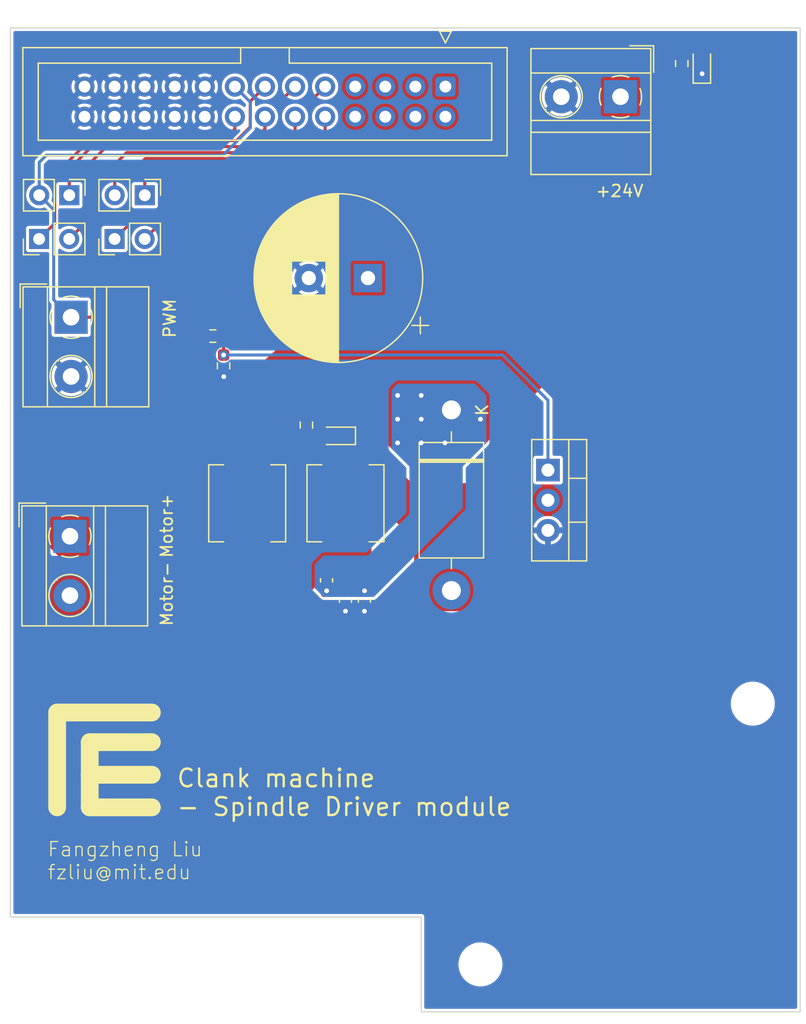
<source format=kicad_pcb>
(kicad_pcb (version 20211014) (generator pcbnew)
  (layers (0 "F.Cu" signal) (31 "B.Cu" signal) (34 "B.Paste" user) (35 "F.Paste" user) (36 "B.SilkS" user "B.Silkscreen") (37 "F.SilkS" user "F.Silkscreen") (38 "B.Mask" user) (39 "F.Mask" user) (44 "Edge.Cuts" user))
  (net 0 "")
  (net 1 "+24V")
  (net 2 "GND")
  (net 3 "/Motor-")
  (net 4 "Net-(D2-Pad2)")
  (net 5 "Net-(D3-Pad2)")
  (net 6 "/PWM")
  (net 7 "/Motor+")
  (net 8 "Net-(J5-Pad2)")
  (net 9 "Net-(J6-Pad1)")
  (net 10 "Net-(J6-Pad2)")
  (net 11 "Net-(J7-Pad1)")
  (net 12 "Net-(J8-Pad14)")
  (net 13 "Net-(J8-Pad16)")
  (net 14 "Net-(Q1-Pad1)")
  (net 15 "Net-(J5-Pad1)")
  (net 16 "/net_D")
  (footprint "LED_SMD:LED_0603_1608Metric_Pad1.05x0.95mm_HandSolder" (layer "F.Cu") (at 191.7 70 90)
    (fp_text reference "D3" hide)
    (fp_text value "LED")
    (pad "1" smd roundrect (at -0.875 0 90) (size 1.05 0.95) (layers "F.Cu" "F.Paste" "F.Mask") (net 2 "GND"))
    (pad "2" smd roundrect (at 0.875 0 90) (size 1.05 0.95) (layers "F.Cu" "F.Paste" "F.Mask") (net 5 "Net-(D3-Pad2)"))
  )
  (footprint "Capacitor_THT:CP_Radial_D14.0mm_P5.00mm" (layer "F.Cu") (at 163.5 88.1 180)
    (fp_text reference "C1" hide)
    (fp_text value "220uF")
    (pad "1" thru_hole rect (at 0 0 180) (size 2.4 2.4) (drill 1.2) (layers *.Cu *.Mask) (net 1 "+24V"))
    (pad "2" thru_hole circle (at 5 0 180) (size 2.4 2.4) (drill 1.2) (layers *.Cu *.Mask) (net 2 "GND"))
  )
  (footprint "Mylib:SRP7028A-3R3M" (layer "F.Cu") (at 161.6 107.1 -90)
    (fp_text reference "L2" hide)
    (fp_text value "3.3uH")
    (pad "1" smd rect (at -2.75 0 270) (size 3 3.5) (layers "F.Cu" "F.Paste" "F.Mask") (net 16 "/net_D"))
    (pad "2" smd rect (at 2.75 0 270) (size 3 3.5) (layers "F.Cu" "F.Paste" "F.Mask") (net 3 "/Motor-"))
  )
  (footprint "Connector_PinHeader_2.54mm:PinHeader_1x02_P2.54mm_Vertical" (layer "F.Cu") (at 144.65 81.11 -90)
    (fp_text reference "J5" hide)
    (fp_text value "+5V Conn")
    (pad "1" thru_hole rect (at 0 0 270) (size 1.7 1.7) (drill 1) (layers *.Cu *.Mask) (net 15 "Net-(J5-Pad1)"))
    (pad "2" thru_hole oval (at 0 2.54 270) (size 1.7 1.7) (drill 1) (layers *.Cu *.Mask) (net 8 "Net-(J5-Pad2)"))
  )
  (footprint "Mylib:SRP7028A-3R3M" (layer "F.Cu") (at 153.3 107.1 -90)
    (fp_text reference "L1" hide)
    (fp_text value "3.3uH")
    (pad "1" smd rect (at -2.75 0 270) (size 3 3.5) (layers "F.Cu" "F.Paste" "F.Mask") (net 1 "+24V"))
    (pad "2" smd rect (at 2.75 0 270) (size 3 3.5) (layers "F.Cu" "F.Paste" "F.Mask") (net 7 "/Motor+"))
  )
  (footprint "TerminalBlock_MetzConnect:TerminalBlock_MetzConnect_Type011_RT05502HBWC_1x02_P5.00mm_Horizontal" (layer "F.Cu") (at 138.33 109.88 -90)
    (fp_text reference "J4" hide)
    (fp_text value "To Spindle")
    (pad "1" thru_hole rect (at 0 0 270) (size 2.8 2.8) (drill 1.4) (layers *.Cu *.Mask) (net 7 "/Motor+"))
    (pad "2" thru_hole circle (at 5 0 270) (size 2.8 2.8) (drill 1.4) (layers *.Cu *.Mask) (net 3 "/Motor-"))
  )
  (footprint "Connector_PinHeader_2.54mm:PinHeader_1x02_P2.54mm_Vertical" (layer "F.Cu") (at 135.725 84.8 90)
    (fp_text reference "J9" hide)
    (fp_text value "+5V Conn")
    (pad "1" thru_hole rect (at 0 0 90) (size 1.7 1.7) (drill 1) (layers *.Cu *.Mask) (net 13 "Net-(J8-Pad16)"))
    (pad "2" thru_hole oval (at 0 2.54 90) (size 1.7 1.7) (drill 1) (layers *.Cu *.Mask) (net 12 "Net-(J8-Pad14)"))
  )
  (footprint "Capacitor_SMD:C_0603_1608Metric_Pad1.08x0.95mm_HandSolder" (layer "F.Cu") (at 161.6 115.3 -90)
    (fp_text reference "C4" hide)
    (fp_text value "0.1uF")
    (pad "1" smd roundrect (at -0.8625 0 270) (size 1.075 0.95) (layers "F.Cu" "F.Paste" "F.Mask") (net 3 "/Motor-"))
    (pad "2" smd roundrect (at 0.8625 0 270) (size 1.075 0.95) (layers "F.Cu" "F.Paste" "F.Mask") (net 2 "GND"))
  )
  (footprint "Connector_PinHeader_2.54mm:PinHeader_1x02_P2.54mm_Vertical" (layer "F.Cu") (at 142.1 84.8 90)
    (fp_text reference "J6" hide)
    (fp_text value "+5V Conn")
    (pad "1" thru_hole rect (at 0 0 90) (size 1.7 1.7) (drill 1) (layers *.Cu *.Mask) (net 9 "Net-(J6-Pad1)"))
    (pad "2" thru_hole oval (at 0 2.54 90) (size 1.7 1.7) (drill 1) (layers *.Cu *.Mask) (net 10 "Net-(J6-Pad2)"))
  )
  (footprint "MountingHole:MountingHole_3.2mm_M3" (layer "F.Cu") (at 173 146)
    (fp_text reference "H2" hide)
    (fp_text value "M3")
    (pad "" np_thru_hole circle (at 0 0) (size 3.2 3.2) (drill 3.2) (layers *.Cu *.Mask))
  )
  (footprint "Resistor_SMD:R_0603_1608Metric_Pad0.98x0.95mm_HandSolder" (layer "F.Cu") (at 150.4 92.99)
    (fp_text reference "R2" hide)
    (fp_text value "150")
    (pad "1" smd roundrect (at -0.9125 0) (size 0.975 0.95) (layers "F.Cu" "F.Paste" "F.Mask") (net 6 "/PWM"))
    (pad "2" smd roundrect (at 0.9125 0) (size 0.975 0.95) (layers "F.Cu" "F.Paste" "F.Mask") (net 14 "Net-(Q1-Pad1)"))
  )
  (footprint "TerminalBlock_MetzConnect:TerminalBlock_MetzConnect_Type011_RT05502HBWC_1x02_P5.00mm_Horizontal" (layer "F.Cu") (at 138.425 91.4 -90)
    (fp_text reference "J3" hide)
    (fp_text value "Ctrl in")
    (pad "1" thru_hole rect (at 0 0 270) (size 2.8 2.8) (drill 1.4) (layers *.Cu *.Mask) (net 6 "/PWM"))
    (pad "2" thru_hole circle (at 5 0 270) (size 2.8 2.8) (drill 1.4) (layers *.Cu *.Mask) (net 2 "GND"))
  )
  (footprint "LED_SMD:LED_0603_1608Metric_Pad1.05x0.95mm_HandSolder" (layer "F.Cu") (at 160.785 101.41 180)
    (fp_text reference "D2" hide)
    (fp_text value "LED")
    (pad "1" smd roundrect (at -0.875 0 180) (size 1.05 0.95) (layers "F.Cu" "F.Paste" "F.Mask") (net 16 "/net_D"))
    (pad "2" smd roundrect (at 0.875 0 180) (size 1.05 0.95) (layers "F.Cu" "F.Paste" "F.Mask") (net 4 "Net-(D2-Pad2)"))
  )
  (footprint "Resistor_SMD:R_0603_1608Metric_Pad0.98x0.95mm_HandSolder" (layer "F.Cu") (at 158.3 100.5 90)
    (fp_text reference "R1" hide)
    (fp_text value "10K")
    (pad "1" smd roundrect (at -0.9125 0 90) (size 0.975 0.95) (layers "F.Cu" "F.Paste" "F.Mask") (net 4 "Net-(D2-Pad2)"))
    (pad "2" smd roundrect (at 0.9125 0 90) (size 0.975 0.95) (layers "F.Cu" "F.Paste" "F.Mask") (net 1 "+24V"))
  )
  (footprint "Connector_PinHeader_2.54mm:PinHeader_1x02_P2.54mm_Vertical" (layer "F.Cu") (at 138.275 81.11 -90)
    (fp_text reference "J7" hide)
    (fp_text value "+5V Conn")
    (pad "1" thru_hole rect (at 0 0 270) (size 1.7 1.7) (drill 1) (layers *.Cu *.Mask) (net 11 "Net-(J7-Pad1)"))
    (pad "2" thru_hole oval (at 0 2.54 270) (size 1.7 1.7) (drill 1) (layers *.Cu *.Mask) (net 6 "/PWM"))
  )
  (footprint "Diode_THT:D_DO-201AD_P15.24mm_Horizontal" (layer "F.Cu") (at 170.545 99.22 -90)
    (fp_text reference "D1" hide)
    (fp_text value "1N5822")
    (fp_text user "K" (at 0 -2.6 90) (layer "F.SilkS"))
    (pad "1" thru_hole rect (at 0 0 270) (size 3.2 3.2) (drill 1.6) (layers *.Cu *.Mask) (net 1 "+24V"))
    (pad "2" thru_hole oval (at 15.24 0 270) (size 3.2 3.2) (drill 1.6) (layers *.Cu *.Mask) (net 16 "/net_D"))
  )
  (footprint "Package_TO_SOT_THT:TO-220-3_Vertical" (layer "F.Cu") (at 178.7 104.3 -90)
    (fp_text reference "Q1" hide)
    (fp_text value "IRF540N")
    (pad "1" thru_hole rect (at 0 0 270) (size 1.905 2) (drill 1.1) (layers *.Cu *.Mask) (net 14 "Net-(Q1-Pad1)"))
    (pad "2" thru_hole oval (at 2.54 0 270) (size 1.905 2) (drill 1.1) (layers *.Cu *.Mask) (net 16 "/net_D"))
    (pad "3" thru_hole oval (at 5.08 0 270) (size 1.905 2) (drill 1.1) (layers *.Cu *.Mask) (net 2 "GND"))
  )
  (footprint "Resistor_SMD:R_0603_1608Metric_Pad0.98x0.95mm_HandSolder" (layer "F.Cu") (at 151.305 95.5 90)
    (fp_text reference "R3" hide)
    (fp_text value "10K")
    (pad "1" smd roundrect (at -0.9125 0 90) (size 0.975 0.95) (layers "F.Cu" "F.Paste" "F.Mask") (net 2 "GND"))
    (pad "2" smd roundrect (at 0.9125 0 90) (size 0.975 0.95) (layers "F.Cu" "F.Paste" "F.Mask") (net 14 "Net-(Q1-Pad1)"))
  )
  (footprint "Connector_IDC:IDC-Header_2x13_P2.54mm_Vertical" (layer "F.Cu") (at 170.04 71.9475 -90)
    (fp_text reference "J8" hide)
    (fp_text value "Conn_02x13_Odd_Even")
    (pad "1" thru_hole roundrect (at 0 0 270) (size 1.7 1.7) (drill 1) (layers *.Cu *.Mask) (roundrect_rratio 0.147059) (net 1 "+24V"))
    (pad "2" thru_hole circle (at 2.54 0 270) (size 1.7 1.7) (drill 1) (layers *.Cu *.Mask) (net 1 "+24V"))
    (pad "3" thru_hole circle (at 0 2.54 270) (size 1.7 1.7) (drill 1) (layers *.Cu *.Mask) (net 1 "+24V"))
    (pad "4" thru_hole circle (at 2.54 2.54 270) (size 1.7 1.7) (drill 1) (layers *.Cu *.Mask) (net 1 "+24V"))
    (pad "5" thru_hole circle (at 0 5.08 270) (size 1.7 1.7) (drill 1) (layers *.Cu *.Mask) (net 1 "+24V"))
    (pad "6" thru_hole circle (at 2.54 5.08 270) (size 1.7 1.7) (drill 1) (layers *.Cu *.Mask) (net 1 "+24V"))
    (pad "7" thru_hole circle (at 0 7.62 270) (size 1.7 1.7) (drill 1) (layers *.Cu *.Mask) (net 1 "+24V"))
    (pad "8" thru_hole circle (at 2.54 7.62 270) (size 1.7 1.7) (drill 1) (layers *.Cu *.Mask) (net 1 "+24V"))
    (pad "9" thru_hole circle (at 0 10.16 270) (size 1.7 1.7) (drill 1) (layers *.Cu *.Mask) (net 15 "Net-(J5-Pad1)"))
    (pad "10" thru_hole circle (at 2.54 10.16 270) (size 1.7 1.7) (drill 1) (layers *.Cu *.Mask) (net 10 "Net-(J6-Pad2)"))
    (pad "11" thru_hole circle (at 0 12.7 270) (size 1.7 1.7) (drill 1) (layers *.Cu *.Mask) (net 8 "Net-(J5-Pad2)"))
    (pad "12" thru_hole circle (at 2.54 12.7 270) (size 1.7 1.7) (drill 1) (layers *.Cu *.Mask) (net 9 "Net-(J6-Pad1)"))
    (pad "13" thru_hole circle (at 0 15.24 270) (size 1.7 1.7) (drill 1) (layers *.Cu *.Mask) (net 11 "Net-(J7-Pad1)"))
    (pad "14" thru_hole circle (at 2.54 15.24 270) (size 1.7 1.7) (drill 1) (layers *.Cu *.Mask) (net 12 "Net-(J8-Pad14)"))
    (pad "15" thru_hole circle (at 0 17.78 270) (size 1.7 1.7) (drill 1) (layers *.Cu *.Mask) (net 6 "/PWM"))
    (pad "16" thru_hole circle (at 2.54 17.78 270) (size 1.7 1.7) (drill 1) (layers *.Cu *.Mask) (net 13 "Net-(J8-Pad16)"))
    (pad "17" thru_hole circle (at 0 20.32 270) (size 1.7 1.7) (drill 1) (layers *.Cu *.Mask) (net 2 "GND"))
    (pad "18" thru_hole circle (at 2.54 20.32 270) (size 1.7 1.7) (drill 1) (layers *.Cu *.Mask) (net 2 "GND"))
    (pad "19" thru_hole circle (at 0 22.86 270) (size 1.7 1.7) (drill 1) (layers *.Cu *.Mask) (net 2 "GND"))
    (pad "20" thru_hole circle (at 2.54 22.86 270) (size 1.7 1.7) (drill 1) (layers *.Cu *.Mask) (net 2 "GND"))
    (pad "21" thru_hole circle (at 0 25.4 270) (size 1.7 1.7) (drill 1) (layers *.Cu *.Mask) (net 2 "GND"))
    (pad "22" thru_hole circle (at 2.54 25.4 270) (size 1.7 1.7) (drill 1) (layers *.Cu *.Mask) (net 2 "GND"))
    (pad "23" thru_hole circle (at 0 27.94 270) (size 1.7 1.7) (drill 1) (layers *.Cu *.Mask) (net 2 "GND"))
    (pad "24" thru_hole circle (at 2.54 27.94 270) (size 1.7 1.7) (drill 1) (layers *.Cu *.Mask) (net 2 "GND"))
    (pad "25" thru_hole circle (at 0 30.48 270) (size 1.7 1.7) (drill 1) (layers *.Cu *.Mask) (net 2 "GND"))
    (pad "26" thru_hole circle (at 2.54 30.48 270) (size 1.7 1.7) (drill 1) (layers *.Cu *.Mask) (net 2 "GND"))
  )
  (footprint "Capacitor_SMD:C_0603_1608Metric_Pad1.08x0.95mm_HandSolder" (layer "F.Cu") (at 163.2 115.3 -90)
    (fp_text reference "C2" hide)
    (fp_text value "0.1uF")
    (pad "1" smd roundrect (at -0.8625 0 270) (size 1.075 0.95) (layers "F.Cu" "F.Paste" "F.Mask") (net 1 "+24V"))
    (pad "2" smd roundrect (at 0.8625 0 270) (size 1.075 0.95) (layers "F.Cu" "F.Paste" "F.Mask") (net 2 "GND"))
  )
  (footprint "Resistor_SMD:R_0603_1608Metric_Pad0.98x0.95mm_HandSolder" (layer "F.Cu") (at 190 70 -90)
    (fp_text reference "R4" hide)
    (fp_text value "10K")
    (pad "1" smd roundrect (at -0.9125 0 270) (size 0.975 0.95) (layers "F.Cu" "F.Paste" "F.Mask") (net 5 "Net-(D3-Pad2)"))
    (pad "2" smd roundrect (at 0.9125 0 270) (size 0.975 0.95) (layers "F.Cu" "F.Paste" "F.Mask") (net 1 "+24V"))
  )
  (footprint "Capacitor_SMD:C_0603_1608Metric_Pad1.08x0.95mm_HandSolder" (layer "F.Cu") (at 160 113.6 90)
    (fp_text reference "C3" hide)
    (fp_text value "0.1uF")
    (pad "1" smd roundrect (at -0.8625 0 90) (size 1.075 0.95) (layers "F.Cu" "F.Paste" "F.Mask") (net 1 "+24V"))
    (pad "2" smd roundrect (at 0.8625 0 90) (size 1.075 0.95) (layers "F.Cu" "F.Paste" "F.Mask") (net 3 "/Motor-"))
  )
  (footprint "MountingHole:MountingHole_3.2mm_M3" (layer "F.Cu") (at 196 124)
    (fp_text reference "H1" hide)
    (fp_text value "M3")
    (pad "" np_thru_hole circle (at 0 0) (size 3.2 3.2) (drill 3.2) (layers *.Cu *.Mask))
  )
  (footprint "TerminalBlock_MetzConnect:TerminalBlock_MetzConnect_Type011_RT05502HBWC_1x02_P5.00mm_Horizontal" (layer "F.Cu") (at 184.825 72.8 180)
    (fp_text reference "J1" hide)
    (fp_text value "PWR in")
    (pad "1" thru_hole rect (at 0 0 180) (size 2.8 2.8) (drill 1.4) (layers *.Cu *.Mask) (net 1 "+24V"))
    (pad "2" thru_hole circle (at 5 0 180) (size 2.8 2.8) (drill 1.4) (layers *.Cu *.Mask) (net 2 "GND"))
  )
  (gr_line (start 140 130) (end 145.25 130) (layer "F.SilkS") (width 1.5))
  (gr_line (start 140 127.25) (end 145.25 127.25) (layer "F.SilkS") (width 1.5))
  (gr_line (start 137.25 124.75) (end 137.25 132.75) (layer "F.SilkS") (width 1.5))
  (gr_line (start 140 132.75) (end 145.25 132.75) (layer "F.SilkS") (width 1.5))
  (gr_line (start 140 132.75) (end 140 127.25) (layer "F.SilkS") (width 1.5))
  (gr_line (start 137.25 124.75) (end 145.25 124.75) (layer "F.SilkS") (width 1.5))
  (gr_line (start 168 142) (end 133.3 142) (layer "Edge.Cuts") (width 0.1))
  (gr_line (start 133.3 142) (end 133.3 67) (layer "Edge.Cuts") (width 0.1))
  (gr_line (start 168 150) (end 168 142) (layer "Edge.Cuts") (width 0.1))
  (gr_line (start 133.3 67) (end 200 67) (layer "Edge.Cuts") (width 0.1))
  (gr_line (start 200 67) (end 200 150) (layer "Edge.Cuts") (width 0.1))
  (gr_line (start 200 150) (end 168 150) (layer "Edge.Cuts") (width 0.1))
  (gr_text "PWM" (at 146.75 91.5 90) (layer "F.SilkS") (effects (font (size 1 1))))
  (gr_text "Clank machine\n- Spindle Driver module" (at 147.25 131.5) (layer "F.SilkS") (effects (font (size 1.5 1.5) (thickness 0.2)) (justify left)))
  (gr_text "+24V" (at 184.75 80.75) (layer "F.SilkS") (effects (font (size 1 1))))
  (gr_text "Fangzheng Liu\nfzliu@mit.edu" (at 136.375 137.25) (layer "F.SilkS") (effects (font (size 1.2 1.2) (thickness 0.1)) (justify left)))
  (gr_text "Motor+" (at 146.5 109 90) (layer "F.SilkS") (effects (font (size 1 1))))
  (gr_text "Motor-" (at 146.5 114.75 90) (layer "F.SilkS") (effects (font (size 1 1))))
  (segment (start 184.825 72.675) (end 184.825 72.8) (width 0.508) (layer "F.Cu") (net 1))
  (segment (start 186.5875 70.9125) (end 184.825 72.675) (width 0.508) (layer "F.Cu") (net 1))
  (segment (start 190 70.9125) (end 186.5875 70.9125) (width 0.508) (layer "F.Cu") (net 1))
  (via (at 173 100) (size 0.8) (drill 0.4) (layers "F.Cu" "B.Cu") (net 1))
  (via (at 163.21 114.48) (size 0.8) (drill 0.4) (layers "F.Cu" "B.Cu") (net 1))
  (via (at 166 102) (size 0.8) (drill 0.4) (layers "F.Cu" "B.Cu") (net 1))
  (via (at 168 98) (size 0.8) (drill 0.4) (layers "F.Cu" "B.Cu") (net 1))
  (via (at 168 100) (size 0.8) (drill 0.4) (layers "F.Cu" "B.Cu") (net 1))
  (via (at 160.01 114.48) (size 0.8) (drill 0.4) (layers "F.Cu" "B.Cu") (net 1))
  (via (at 170 102) (size 0.8) (drill 0.4) (layers "F.Cu" "B.Cu") (net 1))
  (via (at 168 102) (size 0.8) (drill 0.4) (layers "F.Cu" "B.Cu") (net 1))
  (via (at 166 100) (size 0.8) (drill 0.4) (layers "F.Cu" "B.Cu") (net 1))
  (via (at 166 98) (size 0.8) (drill 0.4) (layers "F.Cu" "B.Cu") (net 1))
  (via (at 151.32 96.42) (size 0.8) (drill 0.4) (layers "F.Cu" "B.Cu") (net 2))
  (via (at 163.2 116.2) (size 0.8) (drill 0.4) (layers "F.Cu" "B.Cu") (net 2))
  (via (at 191.72 70.86) (size 0.8) (drill 0.4) (layers "F.Cu" "B.Cu") (net 2))
  (via (at 161.6 116.2) (size 0.8) (drill 0.4) (layers "F.Cu" "B.Cu") (net 2))
  (segment (start 161.6 114.291778) (end 160.045722 112.7375) (width 0.762) (layer "F.Cu") (net 3))
  (segment (start 160.045722 112.7375) (end 160 112.7375) (width 0.762) (layer "F.Cu") (net 3))
  (segment (start 161.6 114.4375) (end 161.6 113) (width 0.762) (layer "F.Cu") (net 3))
  (segment (start 161.6 114.4375) (end 161.6 114.291778) (width 0.762) (layer "F.Cu") (net 3))
  (segment (start 158.3025 101.41) (end 158.3 101.4125) (width 0.762) (layer "F.Cu") (net 4))
  (segment (start 159.91 101.41) (end 158.3025 101.41) (width 0.762) (layer "F.Cu") (net 4))
  (segment (start 190 69.0875) (end 191.6625 69.0875) (width 0.254) (layer "F.Cu") (net 5))
  (segment (start 191.6625 69.0875) (end 191.7 69.125) (width 0.254) (layer "F.Cu") (net 5))
  (segment (start 147.8975 91.4) (end 149.4875 92.99) (width 0.254) (layer "F.Cu") (net 6))
  (segment (start 138.425 91.4) (end 147.8975 91.4) (width 0.254) (layer "F.Cu") (net 6))
  (segment (start 151.26 77.73) (end 136.34 77.73) (width 0.254) (layer "B.Cu") (net 6))
  (segment (start 153.569489 73.256989) (end 153.569489 75.420511) (width 0.254) (layer "B.Cu") (net 6))
  (segment (start 136.34 77.73) (end 135.735 78.335) (width 0.254) (layer "B.Cu") (net 6))
  (segment (start 135.735 78.335) (end 135.735 81.11) (width 0.254) (layer "B.Cu") (net 6))
  (segment (start 135.735 81.11) (end 136.955511 82.330511) (width 0.254) (layer "B.Cu") (net 6))
  (segment (start 152.26 71.9475) (end 153.569489 73.256989) (width 0.254) (layer "B.Cu") (net 6))
  (segment (start 153.569489 75.420511) (end 151.26 77.73) (width 0.254) (layer "B.Cu") (net 6))
  (segment (start 136.955511 82.330511) (end 136.955511 89.930511) (width 0.254) (layer "B.Cu") (net 6))
  (segment (start 136.955511 89.930511) (end 138.425 91.4) (width 0.254) (layer "B.Cu") (net 6))
  (segment (start 142.11 78.52) (end 142.11 81.11) (width 0.254) (layer "F.Cu") (net 8))
  (segment (start 156.08 76.02) (end 154.58496 77.51504) (width 0.254) (layer "F.Cu") (net 8))
  (segment (start 157.34 71.9475) (end 156.08 73.2075) (width 0.254) (layer "F.Cu") (net 8))
  (segment (start 156.08 73.2075) (end 156.08 76.02) (width 0.254) (layer "F.Cu") (net 8))
  (segment (start 154.58496 77.51504) (end 143.11496 77.51504) (width 0.254) (layer "F.Cu") (net 8))
  (segment (start 143.11496 77.51504) (end 142.11 78.52) (width 0.254) (layer "F.Cu") (net 8))
  (segment (start 155.60744 78.02256) (end 157.34 76.29) (width 0.254) (layer "F.Cu") (net 9))
  (segment (start 143.39 79.32) (end 144.68744 78.02256) (width 0.254) (layer "F.Cu") (net 9))
  (segment (start 142.1 84.8) (end 143.39 83.51) (width 0.254) (layer "F.Cu") (net 9))
  (segment (start 157.34 76.29) (end 157.34 74.4875) (width 0.254) (layer "F.Cu") (net 9))
  (segment (start 143.39 83.51) (end 143.39 79.32) (width 0.254) (layer "F.Cu") (net 9))
  (segment (start 144.68744 78.02256) (end 155.60744 78.02256) (width 0.254) (layer "F.Cu") (net 9))
  (segment (start 146.8724 79.0376) (end 157.3924 79.0376) (width 0.254) (layer "F.Cu") (net 10))
  (segment (start 159.88 76.55) (end 159.88 74.4875) (width 0.254) (layer "F.Cu") (net 10))
  (segment (start 144.64 84.8) (end 146.02 83.42) (width 0.254) (layer "F.Cu") (net 10))
  (segment (start 157.3924 79.0376) (end 159.88 76.55) (width 0.254) (layer "F.Cu") (net 10))
  (segment (start 146.02 83.42) (end 146.02 79.89) (width 0.254) (layer "F.Cu") (net 10))
  (segment (start 146.02 79.89) (end 146.8724 79.0376) (width 0.254) (layer "F.Cu") (net 10))
  (segment (start 138.275 78.895) (end 140.67 76.5) (width 0.254) (layer "F.Cu") (net 11))
  (segment (start 153.55 73.1975) (end 154.8 71.9475) (width 0.254) (layer "F.Cu") (net 11))
  (segment (start 152.4 76.5) (end 153.55 75.35) (width 0.254) (layer "F.Cu") (net 11))
  (segment (start 138.275 81.11) (end 138.275 78.895) (width 0.254) (layer "F.Cu") (net 11))
  (segment (start 140.67 76.5) (end 152.4 76.5) (width 0.254) (layer "F.Cu") (net 11))
  (segment (start 153.55 75.35) (end 153.55 73.1975) (width 0.254) (layer "F.Cu") (net 11))
  (segment (start 139.86 78.56) (end 141.41248 77.00752) (width 0.254) (layer "F.Cu") (net 12))
  (segment (start 139.86 83.205) (end 139.86 78.56) (width 0.254) (layer "F.Cu") (net 12))
  (segment (start 153.30248 77.00752) (end 154.8 75.51) (width 0.254) (layer "F.Cu") (net 12))
  (segment (start 138.265 84.8) (end 139.86 83.205) (width 0.254) (layer "F.Cu") (net 12))
  (segment (start 154.8 75.51) (end 154.8 74.4875) (width 0.254) (layer "F.Cu") (net 12))
  (segment (start 141.41248 77.00752) (end 153.30248 77.00752) (width 0.254) (layer "F.Cu") (net 12))
  (segment (start 135.725 84.8) (end 137.044489 83.480511) (width 0.254) (layer "F.Cu") (net 13))
  (segment (start 140.462258 75.99) (end 151.78 75.99) (width 0.254) (layer "F.Cu") (net 13))
  (segment (start 137.044489 83.480511) (end 137.044489 79.407769) (width 0.254) (layer "F.Cu") (net 13))
  (segment (start 152.26 75.51) (end 152.26 74.4875) (width 0.254) (layer "F.Cu") (net 13))
  (segment (start 151.78 75.99) (end 152.26 75.51) (width 0.254) (layer "F.Cu") (net 13))
  (segment (start 137.044489 79.407769) (end 140.462258 75.99) (width 0.254) (layer "F.Cu") (net 13))
  (segment (start 151.305 94.5875) (end 151.305 92.9975) (width 0.254) (layer "F.Cu") (net 14))
  (segment (start 151.305 92.9975) (end 151.3125 92.99) (width 0.254) (layer "F.Cu") (net 14))
  (via (at 151.305 94.5875) (size 0.8) (drill 0.4) (layers "F.Cu" "B.Cu") (net 14))
  (segment (start 178.7 98.41) (end 178.7 104.3) (width 0.254) (layer "B.Cu") (net 14))
  (segment (start 151.305 94.5875) (end 174.8775 94.5875) (width 0.254) (layer "B.Cu") (net 14))
  (segment (start 174.8775 94.5875) (end 178.7 98.41) (width 0.254) (layer "B.Cu") (net 14))
  (segment (start 144.65 81.11) (end 144.65 79.45) (width 0.254) (layer "F.Cu") (net 15))
  (segment (start 144.65 79.45) (end 145.56992 78.53008) (width 0.254) (layer "F.Cu") (net 15))
  (segment (start 158.61 76.55) (end 158.61 73.2175) (width 0.254) (layer "F.Cu") (net 15))
  (segment (start 156.62992 78.53008) (end 158.61 76.55) (width 0.254) (layer "F.Cu") (net 15))
  (segment (start 158.61 73.2175) (end 159.88 71.9475) (width 0.254) (layer "F.Cu") (net 15))
  (segment (start 145.56992 78.53008) (end 156.62992 78.53008) (width 0.254) (layer "F.Cu") (net 15))
  (segment (start 161.6 101.47) (end 161.66 101.41) (width 0.762) (layer "F.Cu") (net 16))
  (segment (start 161.6 104.35) (end 161.6 101.47) (width 0.762) (layer "F.Cu") (net 16))
  (zone (net 7) (net_name "/Motor+") (layer "F.Cu") (priority 1) (connect_pads yes (clearance 0.254)) (min_thickness 0.254) (fill yes (thermal_gap 0.508) (thermal_bridge_width 0.508))
    (polygon (pts (xy 151.4 108) (xy 155.2 108) (xy 155.6 108.4) (xy 155.6 111.2) (xy 155.2 111.6) (xy 137.4 111.6) (xy 136.4 110.6) (xy 136.4 108.6) (xy 137 108)))
  )
  (zone (net 16) (net_name "/net_D") (layer "F.Cu") (priority 1) (connect_pads yes (clearance 0.254)) (min_thickness 0.254) (fill yes (thermal_gap 0.508) (thermal_bridge_width 0.508))
    (polygon (pts (xy 167.2 105.4) (xy 179.4 105.4) (xy 180 106) (xy 180 107.8) (xy 179.6 108.2) (xy 176.8 108.2) (xy 174.6 110.4) (xy 174.6 113.6) (xy 172 116.2) (xy 169.2 116.2) (xy 167.4 114.8) (xy 167.4 110.2) (xy 163.2 106) (xy 159.8 106) (xy 159.4 105.6) (xy 159.4 103) (xy 159.8 102.6) (xy 164.4 102.6)))
  )
  (zone (net 3) (net_name "/Motor-") (layer "F.Cu") (priority 1) (connect_pads yes (clearance 0.254)) (min_thickness 0.254) (fill yes (thermal_gap 0.508) (thermal_bridge_width 0.508))
    (polygon (pts (xy 163.8 108.2) (xy 163.8 111.4) (xy 163.4 111.8) (xy 162.6 111.8) (xy 162.2 112.2) (xy 162.2 113.4) (xy 161.8 113.8) (xy 159.4 113.8) (xy 156 117.2) (xy 137.2 117.2) (xy 136.4 116.4) (xy 136.4 113.8) (xy 137.4 112.8) (xy 156 112.8) (xy 158.4 110.4) (xy 158.4 108.8) (xy 159.4 107.8) (xy 163.4 107.8)))
  )
  (zone (net 1) (net_name "+24V") (layer "F.Cu") (priority 1) (connect_pads yes (clearance 0.508)) (min_thickness 0.508) (fill yes (thermal_gap 0.254) (thermal_bridge_width 0.508))
    (polygon (pts (xy 188.5 70) (xy 188.5 73) (xy 178.5 83) (xy 178.5 97) (xy 172.5 103) (xy 166 103) (xy 163.25 100.25) (xy 157.25 100.25) (xy 156 101.5) (xy 156 106.8) (xy 150.7 106.8) (xy 150.7 98.7) (xy 161.1 89.3) (xy 161.2 70.1) (xy 173 70) (xy 173 75) (xy 174 76) (xy 180 76) (xy 182.5 73.5) (xy 182.5 70) (xy 183.5 69) (xy 187.5 69)))
  )
  (zone (net 2) (net_name "GND") (layer "B.Cu") (connect_pads (clearance 0.254)) (min_thickness 0.254) (fill yes (thermal_gap 0.254) (thermal_bridge_width 0.508))
    (polygon (pts (xy 200.5 150.25) (xy 167.75 150.25) (xy 167.75 142.25) (xy 133 142.25) (xy 133 66) (xy 200.5 66)))
  )
  (zone (net 1) (net_name "+24V") (layer "B.Cu") (priority 1) (connect_pads yes (clearance 0.254)) (min_thickness 0.254) (fill yes (thermal_gap 0.508) (thermal_bridge_width 0.508))
    (polygon (pts (xy 173.5 98) (xy 173.5 102) (xy 171.5 104) (xy 171.5 107.5) (xy 164 115) (xy 159.75 115) (xy 159 114.25) (xy 159 112.25) (xy 159.75 111.5) (xy 163.5 111.5) (xy 167 108) (xy 167 104) (xy 165.5 102.5) (xy 165.5 97.5) (xy 166 97) (xy 172.5 97)))
  )
)
</source>
